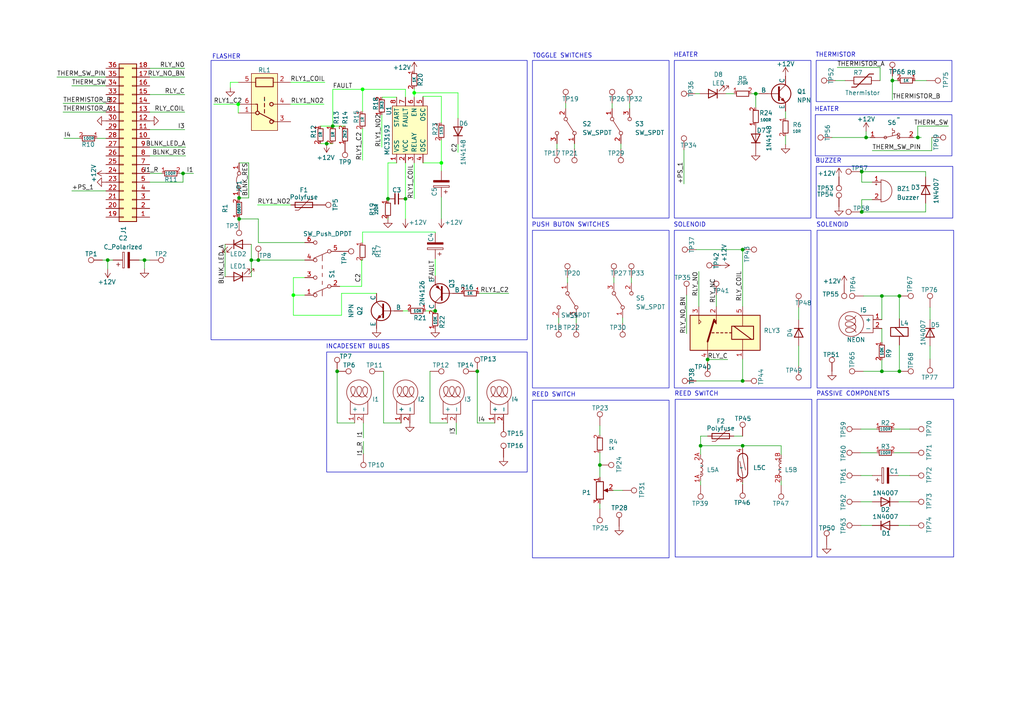
<source format=kicad_sch>
(kicad_sch (version 20230121) (generator eeschema)
  (paper "A4")
  (junction (at 215.392 129.286))
  (junction (at 41.91 75.438))
  (junction (at 203.2 129.286))
  (junction (at 260.858 85.852))
  (junction (at 69.088 30.226) (color 0 255 0 1))
  (junction (at 69.342 63.5))
  (junction (at 126.238 90.17))
  (junction (at 96.52 36.576))
  (junction (at 219.202 27.178))
  (junction (at 255.778 107.696))
  (junction (at 260.858 107.696))
  (junction (at 128.016 47.244) (color 0 255 0 1))
  (junction (at 74.93 75.438))
  (junction (at 205.232 104.267))
  (junction (at 215.392 72.39))
  (junction (at 251.206 39.878))
  (junction (at 112.522 57.658))
  (junction (at 85.09 85.598) (color 0 255 0 1))
  (junction (at 105.156 25.908) (color 0 255 0 1))
  (junction (at 120.142 26.924) (color 0 255 0 1))
  (junction (at 72.898 75.438))
  (junction (at 69.342 57.404))
  (junction (at 258.826 23.368))
  (junction (at 255.778 85.852))
  (junction (at 249.936 49.784))
  (junction (at 215.392 110.49))
  (junction (at 138.43 107.696))
  (junction (at 266.192 39.878))
  (junction (at 117.602 57.658))
  (junction (at 31.242 75.438))
  (junction (at 53.086 50.292))
  (junction (at 94.742 41.656))
  (junction (at 97.79 107.696))
  (junction (at 249.936 61.468))
  (junction (at 173.99 134.874))
  (wire (pts (xy 205.232 104.267) (xy 211.074 104.267)))
  (wire (pts (xy 138.43 122.682) (xy 138.43 107.696)))
  (wire (pts (xy 198.374 43.434) (xy 198.374 53.34)))
  (wire (pts (xy 164.592 80.518) (xy 164.592 82.042)))
  (wire (pts (xy 255.778 107.696) (xy 260.858 107.696)))
  (wire (pts (xy 105.41 128.016) (xy 105.41 131.572)))
  (wire (pts (xy 105.156 37.338) (xy 105.156 46.482)) (stroke (width 0) (color 0 255 0 1)))
  (wire (pts (xy 255.27 23.368) (xy 255.27 19.558)))
  (wire (pts (xy 96.52 36.576) (xy 100.076 36.576)) (stroke (width 0) (color 0 255 0 1)))
  (wire (pts (xy 249.682 137.922) (xy 252.984 137.922)))
  (wire (pts (xy 251.206 39.878) (xy 252.476 39.878)))
  (wire (pts (xy 227.838 39.37) (xy 227.838 41.91)))
  (wire (pts (xy 120.142 47.244) (xy 120.142 57.658)) (stroke (width 0) (color 0 255 0 1)))
  (wire (pts (xy 173.99 134.874) (xy 173.99 138.43)))
  (wire (pts (xy 215.392 139.954) (xy 215.392 140.462)))
  (wire (pts (xy 161.544 41.656) (xy 161.544 43.18)))
  (wire (pts (xy 105.156 67.31) (xy 105.156 70.358)) (stroke (width 0) (color 0 255 0 1)))
  (wire (pts (xy 126.238 75.184) (xy 126.238 80.01)) (stroke (width 0) (color 0 255 0 1)))
  (wire (pts (xy 74.93 75.438) (xy 88.392 75.438)))
  (wire (pts (xy 178.054 80.518) (xy 178.054 82.042)))
  (wire (pts (xy 84.328 23.876) (xy 94.234 23.876)) (stroke (width 0) (color 0 255 0 1)))
  (wire (pts (xy 96.52 36.576) (xy 96.52 25.908)) (stroke (width 0) (color 0 255 0 1)))
  (wire (pts (xy 72.898 70.866) (xy 72.898 75.438)))
  (wire (pts (xy 43.434 37.592) (xy 53.594 37.592)))
  (wire (pts (xy 40.386 75.438) (xy 41.91 75.438)))
  (wire (pts (xy 56.134 50.292) (xy 53.086 50.292)))
  (wire (pts (xy 128.016 35.56) (xy 128.016 27.94)) (stroke (width 0) (color 0 255 0 1)))
  (wire (pts (xy 177.8 142.24) (xy 180.594 142.24)))
  (wire (pts (xy 116.84 90.17) (xy 118.364 90.17)) (stroke (width 0) (color 0 255 0 1)))
  (wire (pts (xy 166.624 41.656) (xy 166.624 43.18)))
  (wire (pts (xy 105.41 127) (xy 105.41 122.682)))
  (wire (pts (xy 31.242 75.438) (xy 32.766 75.438)))
  (wire (pts (xy 92.964 41.656) (xy 94.742 41.656)) (stroke (width 0) (color 0 255 0 1)))
  (wire (pts (xy 249.428 49.784) (xy 249.936 49.784)))
  (wire (pts (xy 138.43 122.682) (xy 143.51 122.682)))
  (wire (pts (xy 199.136 96.774) (xy 199.136 85.598)))
  (wire (pts (xy 251.206 38.1) (xy 251.206 39.878)))
  (wire (pts (xy 69.088 30.226) (xy 69.088 32.766)) (stroke (width 0) (color 0 255 0 1)))
  (wire (pts (xy 255.778 95.25) (xy 255.778 99.314)))
  (wire (pts (xy 180.086 41.656) (xy 180.086 43.18)))
  (wire (pts (xy 249.936 52.832) (xy 252.984 52.832)))
  (wire (pts (xy 203.2 131.826) (xy 203.2 129.286)))
  (wire (pts (xy 117.602 57.658) (xy 117.602 63.5)) (stroke (width 0) (color 0 255 0 1)))
  (wire (pts (xy 203.2 139.446) (xy 203.2 140.716)))
  (wire (pts (xy 203.2 126.492) (xy 205.232 126.492)))
  (wire (pts (xy 72.898 75.438) (xy 72.898 80.264)))
  (wire (pts (xy 128.016 47.244) (xy 122.682 47.244)) (stroke (width 0) (color 0 255 0 1)))
  (wire (pts (xy 266.192 36.576) (xy 266.192 39.878)))
  (wire (pts (xy 43.434 45.212) (xy 53.848 45.212)))
  (wire (pts (xy 72.898 75.438) (xy 74.93 75.438)))
  (wire (pts (xy 269.748 89.154) (xy 269.748 92.71)))
  (wire (pts (xy 18.288 29.972) (xy 30.734 29.972)))
  (wire (pts (xy 69.088 23.876) (xy 66.802 23.876)) (stroke (width 0) (color 0 255 0 1)))
  (wire (pts (xy 120.142 26.924) (xy 132.842 26.924)) (stroke (width 0) (color 0 255 0 1)))
  (wire (pts (xy 249.682 131.318) (xy 254.254 131.318)))
  (wire (pts (xy 30.734 24.892) (xy 20.828 24.892)))
  (wire (pts (xy 249.936 61.468) (xy 268.478 61.468)))
  (wire (pts (xy 43.434 32.512) (xy 53.594 32.512)))
  (wire (pts (xy 255.778 85.852) (xy 260.858 85.852)))
  (wire (pts (xy 275.082 36.576) (xy 266.192 36.576)))
  (wire (pts (xy 43.434 50.292) (xy 46.99 50.292)))
  (wire (pts (xy 74.93 70.358) (xy 74.93 63.5)))
  (wire (pts (xy 28.194 40.132) (xy 30.734 40.132)))
  (wire (pts (xy 259.334 131.318) (xy 263.906 131.318)))
  (wire (pts (xy 266.192 39.878) (xy 267.208 39.878)))
  (wire (pts (xy 162.052 92.202) (xy 162.052 93.726)))
  (wire (pts (xy 41.91 75.438) (xy 43.434 75.438)))
  (wire (pts (xy 84.328 59.436) (xy 74.676 59.436)) (stroke (width 0) (color 0 255 0 1)))
  (wire (pts (xy 102.87 122.682) (xy 97.79 122.682)))
  (wire (pts (xy 249.428 61.468) (xy 249.936 61.468)))
  (wire (pts (xy 61.976 30.226) (xy 69.088 30.226)) (stroke (width 0) (color 0 255 0 1)))
  (wire (pts (xy 128.016 40.64) (xy 128.016 47.244)) (stroke (width 0) (color 0 255 0 1)))
  (wire (pts (xy 260.604 137.922) (xy 263.906 137.922)))
  (wire (pts (xy 242.824 19.558) (xy 255.27 19.558)))
  (wire (pts (xy 260.858 100.076) (xy 260.858 107.696)))
  (wire (pts (xy 259.334 124.46) (xy 263.906 124.46)))
  (wire (pts (xy 249.936 49.784) (xy 249.936 52.832)))
  (wire (pts (xy 201.93 72.39) (xy 215.392 72.39)))
  (wire (pts (xy 177.546 29.972) (xy 177.546 31.496)))
  (wire (pts (xy 69.342 47.244) (xy 72.136 47.244)))
  (wire (pts (xy 268.478 51.308) (xy 268.478 49.784)))
  (wire (pts (xy 258.826 22.098) (xy 258.826 23.368)))
  (wire (pts (xy 258.826 23.368) (xy 258.826 28.956)))
  (wire (pts (xy 249.936 61.468) (xy 249.936 57.912)))
  (wire (pts (xy 255.778 92.71) (xy 255.778 85.852)))
  (wire (pts (xy 260.604 145.542) (xy 263.906 145.542)))
  (wire (pts (xy 250.444 107.696) (xy 255.778 107.696)))
  (wire (pts (xy 249.682 124.46) (xy 254.254 124.46)))
  (wire (pts (xy 173.99 131.318) (xy 173.99 134.874)))
  (wire (pts (xy 252.984 43.688) (xy 270.256 43.688)))
  (wire (pts (xy 99.06 91.44) (xy 85.09 91.44)) (stroke (width 0) (color 0 255 0 1)))
  (wire (pts (xy 203.2 129.286) (xy 215.392 129.286)))
  (wire (pts (xy 201.93 110.49) (xy 215.392 110.49)))
  (wire (pts (xy 43.434 52.832) (xy 53.086 52.832)))
  (wire (pts (xy 105.156 25.908) (xy 105.156 32.258)) (stroke (width 0) (color 0 255 0 1)))
  (wire (pts (xy 132.842 26.924) (xy 132.842 34.29)) (stroke (width 0) (color 0 255 0 1)))
  (wire (pts (xy 249.936 57.912) (xy 252.984 57.912)))
  (wire (pts (xy 96.52 25.908) (xy 105.156 25.908)) (stroke (width 0) (color 0 255 0 1)))
  (wire (pts (xy 250.444 85.852) (xy 255.778 85.852)))
  (wire (pts (xy 205.232 104.267) (xy 205.232 105.156)))
  (wire (pts (xy 88.392 85.598) (xy 85.09 85.598)) (stroke (width 0) (color 0 255 0 1)))
  (wire (pts (xy 249.682 152.4) (xy 252.984 152.4)))
  (wire (pts (xy 53.086 52.832) (xy 53.086 50.292)))
  (wire (pts (xy 110.744 28.194) (xy 115.062 28.194)) (stroke (width 0) (color 0 255 0 1)))
  (wire (pts (xy 226.568 129.286) (xy 226.568 131.826)))
  (wire (pts (xy 268.478 49.784) (xy 249.936 49.784)))
  (wire (pts (xy 147.574 85.09) (xy 138.938 85.09)))
  (wire (pts (xy 173.99 146.05) (xy 173.99 147.574)))
  (wire (pts (xy 203.2 129.286) (xy 203.2 126.492)))
  (wire (pts (xy 201.676 27.178) (xy 202.946 27.178)))
  (wire (pts (xy 202.692 78.74) (xy 202.692 88.9)))
  (wire (pts (xy 97.79 122.682) (xy 97.79 107.696)))
  (wire (pts (xy 164.084 29.972) (xy 164.084 31.496)))
  (wire (pts (xy 231.648 100.33) (xy 231.648 106.172)))
  (wire (pts (xy 128.016 47.244) (xy 128.016 49.53)) (stroke (width 0) (color 0 255 0 1)))
  (wire (pts (xy 227.838 32.258) (xy 227.838 34.29)))
  (wire (pts (xy 18.542 40.132) (xy 23.114 40.132)))
  (wire (pts (xy 117.602 25.908) (xy 117.602 28.194)) (stroke (width 0) (color 0 255 0 1)))
  (wire (pts (xy 215.392 129.286) (xy 215.392 130.048)))
  (wire (pts (xy 110.744 33.274) (xy 110.744 42.672)) (stroke (width 0) (color 0 255 0 1)))
  (wire (pts (xy 264.922 39.878) (xy 266.192 39.878)))
  (wire (pts (xy 104.902 75.438) (xy 104.902 83.058)) (stroke (width 0) (color 0 255 0 1)))
  (wire (pts (xy 122.682 27.94) (xy 122.682 28.194)))
  (wire (pts (xy 16.51 22.352) (xy 30.734 22.352)))
  (wire (pts (xy 128.016 57.15) (xy 128.016 63.5)))
  (wire (pts (xy 85.09 80.518) (xy 85.09 85.598)) (stroke (width 0) (color 0 255 0 1)))
  (wire (pts (xy 212.852 126.492) (xy 215.392 126.492)))
  (wire (pts (xy 215.392 104.14) (xy 215.392 110.49)))
  (wire (pts (xy 268.732 23.368) (xy 265.43 23.368)))
  (wire (pts (xy 126.238 67.564) (xy 126.238 67.31)))
  (wire (pts (xy 268.478 58.928) (xy 268.478 61.468)))
  (wire (pts (xy 249.682 145.542) (xy 252.984 145.542)))
  (wire (pts (xy 104.902 83.058) (xy 98.552 83.058)) (stroke (width 0) (color 0 255 0 1)))
  (wire (pts (xy 219.202 27.178) (xy 220.218 27.178)))
  (wire (pts (xy 84.328 30.226) (xy 93.98 30.226)) (stroke (width 0) (color 0 255 0 1)))
  (wire (pts (xy 112.522 58.166) (xy 112.522 57.658)))
  (wire (pts (xy 85.09 91.44) (xy 85.09 85.598)) (stroke (width 0) (color 0 255 0 1)))
  (wire (pts (xy 129.794 122.682) (xy 124.714 122.682)))
  (wire (pts (xy 241.3 39.878) (xy 251.206 39.878)))
  (wire (pts (xy 41.91 75.438) (xy 41.91 77.978)))
  (wire (pts (xy 120.142 28.194) (xy 120.142 26.924)) (stroke (width 0) (color 0 255 0 1)))
  (wire (pts (xy 69.342 57.912) (xy 69.342 57.404)))
  (wire (pts (xy 43.434 42.672) (xy 53.848 42.672)))
  (wire (pts (xy 66.802 23.876) (xy 66.802 25.4)) (stroke (width 0) (color 0 255 0 1)))
  (wire (pts (xy 231.648 89.154) (xy 231.648 92.71)))
  (wire (pts (xy 18.288 32.512) (xy 30.734 32.512)))
  (wire (pts (xy 43.434 22.352) (xy 53.594 22.352)))
  (wire (pts (xy 112.522 63.246) (xy 112.522 63.5)) (stroke (width 0) (color 0 255 0 1)))
  (wire (pts (xy 126.238 90.17) (xy 123.444 90.17)) (stroke (width 0) (color 0 255 0 1)))
  (wire (pts (xy 105.156 67.31) (xy 126.238 67.31)) (stroke (width 0) (color 3 255 45 1)))
  (wire (pts (xy 219.202 27.178) (xy 219.202 31.242)))
  (wire (pts (xy 128.016 27.94) (xy 122.682 27.94)) (stroke (width 0) (color 0 255 0 1)))
  (wire (pts (xy 65.278 70.866) (xy 65.278 80.264)))
  (wire (pts (xy 31.242 75.438) (xy 31.242 77.978)))
  (wire (pts (xy 74.93 63.5) (xy 69.342 63.5)))
  (wire (pts (xy 173.99 123.444) (xy 173.99 126.238)))
  (wire (pts (xy 207.772 85.598) (xy 207.772 88.9)))
  (wire (pts (xy 94.742 41.656) (xy 96.52 41.656)) (stroke (width 0) (color 0 255 0 1)))
  (wire (pts (xy 69.342 57.404) (xy 72.136 57.404)))
  (wire (pts (xy 226.568 139.446) (xy 226.568 140.716)))
  (wire (pts (xy 132.334 122.682) (xy 132.334 125.984)))
  (wire (pts (xy 72.136 57.404) (xy 72.136 47.244)))
  (wire (pts (xy 105.156 75.438) (xy 104.902 75.438)))
  (wire (pts (xy 92.964 36.576) (xy 96.52 36.576)) (stroke (width 0) (color 0 255 0 1)))
  (wire (pts (xy 105.156 25.908) (xy 117.602 25.908)) (stroke (width 0) (color 0 255 0 1)))
  (wire (pts (xy 217.932 27.178) (xy 219.202 27.178)))
  (wire (pts (xy 43.434 27.432) (xy 53.594 27.432)))
  (wire (pts (xy 88.392 70.358) (xy 74.93 70.358)))
  (wire (pts (xy 270.256 39.878) (xy 270.256 43.688)))
  (wire (pts (xy 69.342 63.5) (xy 69.342 62.992)))
  (wire (pts (xy 53.086 50.292) (xy 52.07 50.292)))
  (wire (pts (xy 215.392 129.286) (xy 226.568 129.286)))
  (wire (pts (xy 69.342 64.262) (xy 69.342 63.5)))
  (wire (pts (xy 260.858 85.852) (xy 260.858 92.456)))
  (wire (pts (xy 120.142 25.654) (xy 120.142 26.924)) (stroke (width 0) (color 0 255 0 1)))
  (wire (pts (xy 269.748 100.33) (xy 269.748 104.14)))
  (wire (pts (xy 109.22 85.09) (xy 99.06 85.09)) (stroke (width 0) (color 0 255 0 1)))
  (wire (pts (xy 112.522 47.244) (xy 112.522 57.658)) (stroke (width 0) (color 0 255 0 1)))
  (wire (pts (xy 260.604 152.4) (xy 263.906 152.4)))
  (wire (pts (xy 30.734 55.372) (xy 20.828 55.372)))
  (wire (pts (xy 183.134 80.518) (xy 183.134 82.042)))
  (wire (pts (xy 116.332 122.682) (xy 111.252 122.682)))
  (wire (pts (xy 43.434 19.812) (xy 53.594 19.812)))
  (wire (pts (xy 255.778 104.394) (xy 255.778 107.696)))
  (wire (pts (xy 260.35 23.368) (xy 258.826 23.368)))
  (wire (pts (xy 111.252 122.682) (xy 111.252 107.696)))
  (wire (pts (xy 124.714 122.682) (xy 124.714 107.696)))
  (wire (pts (xy 85.09 80.518) (xy 88.392 80.518)) (stroke (width 0) (color 0 255 0 1)))
  (wire (pts (xy 182.626 29.972) (xy 182.626 31.496)))
  (wire (pts (xy 29.718 75.438) (xy 31.242 75.438)))
  (wire (pts (xy 117.602 47.244) (xy 117.602 57.658)) (stroke (width 0) (color 0 255 0 1)))
  (wire (pts (xy 210.566 27.178) (xy 212.852 27.178)))
  (wire (pts (xy 115.062 47.244) (xy 112.522 47.244)) (stroke (width 0) (color 0 255 0 1)))
  (wire (pts (xy 99.06 85.09) (xy 99.06 91.44)) (stroke (width 0) (color 0 255 0 1)))
  (wire (pts (xy 242.316 23.368) (xy 245.11 23.368)))
  (wire (pts (xy 167.132 92.202) (xy 167.132 93.726)))
  (wire (pts (xy 215.392 72.39) (xy 215.392 88.9)))
  (wire (pts (xy 180.594 92.202) (xy 180.594 93.726)))
  (wire (pts (xy 132.842 44.196) (xy 132.842 41.91)) (stroke (width 0) (color 0 255 0 1)))
  (rectangle (start 61.214 17.526) (end 152.908 98.552))
  (rectangle (start 236.982 115.824) (end 276.606 161.544))
  (rectangle (start 236.728 48.26) (end 276.352 63.246))
  (rectangle (start 94.742 102.108) (end 152.908 136.906))
  (rectangle (start 154.432 116.078) (end 194.056 161.798))
  (rectangle (start 195.834 115.824) (end 235.458 161.544))
  (rectangle (start 195.58 17.526) (end 235.204 63.246))
  (rectangle (start 154.432 66.802) (end 194.056 112.522))
  (rectangle (start 236.474 33.274) (end 276.098 45.212))
  (rectangle (start 195.58 66.802) (end 235.204 112.522))
  (rectangle (start 154.432 17.526) (end 194.056 63.246))
  (rectangle (start 236.982 66.802) (end 276.606 112.522))
  (rectangle (start 236.728 17.526) (end 276.098 29.464))
  (text "REED SWITCH\n" (at 154.178 115.316 0) (effects (font (size 1.27 1.27)) (justify left bottom)))
  (text "TOGGLE SWITCHES\n" (at 154.432 17.018 0) (effects (font (size 1.27 1.27)) (justify left bottom)))
  (text "SOLENOID\n" (at 236.728 66.04 0) (effects (font (size 1.27 1.27)) (justify left bottom)))
  (text "HEATER\n" (at 195.326 16.764 0) (effects (font (size 1.27 1.27)) (justify left bottom)))
  (text "PASSIVE COMPONENTS" (at 236.728 115.062 0) (effects (font (size 1.27 1.27)) (justify left bottom)))
  (text "PUSH BUTON SWITCHES" (at 154.178 66.04 0) (effects (font (size 1.27 1.27)) (justify left bottom)))
  (text "FLASHER" (at 61.468 17.272 0) (effects (font (size 1.27 1.27)) (justify left bottom)))
  (text "REED SWITCH\n" (at 195.58 115.062 0) (effects (font (size 1.27 1.27)) (justify left bottom)))
  (text "SOLENOID\n" (at 195.326 66.04 0) (effects (font (size 1.27 1.27)) (justify left bottom)))
  (text "HEATER\n" (at 236.22 32.512 0) (effects (font (size 1.27 1.27)) (justify left bottom)))
  (text "BUZZER\n" (at 236.474 47.498 0) (effects (font (size 1.27 1.27)) (justify left bottom)))
  (text "INCADESENT BULBS" (at 94.488 101.346 0) (effects (font (size 1.27 1.27)) (justify left bottom)))
  (text "THERMISTOR\n" (at 236.474 16.764 0) (effects (font (size 1.27 1.27)) (justify left bottom)))
  (label "RLY1_C2" (at 61.976 30.226 0))
  (label "FAULT" (at 96.52 25.908 0))
  (label "BLNK_LED_A" (at 53.848 42.672 180))
  (label "THERM_SW" (at 20.828 24.892 0))
  (label "+PS_1" (at 198.374 53.34 90))
  (label "RLY_NC" (at 207.772 87.884 90))
  (label "+PS_1" (at 20.828 55.372 0))
  (label "RLY1_COIL" (at 120.142 57.658 90))
  (label "I1_R" (at 45.974 50.292 180))
  (label "FAULT" (at 126.238 75.438 270))
  (label "RLY_COIL" (at 53.594 32.512 180))
  (label "RLY_NO_BN" (at 53.594 22.352 180))
  (label "RLY_NO_BN" (at 199.136 96.774 90))
  (label "I4" (at 18.542 40.132 0))
  (label "THERMISTOR_A" (at 242.824 19.558 0))
  (label "RLY1_NO2" (at 74.676 59.436 0))
  (label "RLY_NO" (at 202.692 78.74 270))
  (label "BLNK_LED_A" (at 65.278 70.866 270))
  (label "BLNK_RES" (at 53.848 45.212 180))
  (label "BLNK_RES" (at 72.136 56.896 90))
  (label "RLY1_NO2" (at 110.744 42.672 90))
  (label "RLY_C" (at 211.074 104.267 180))
  (label "RLY1_COIL" (at 94.234 23.876 180))
  (label "C2" (at 104.902 79.248 270))
  (label "THERMISTOR_B" (at 258.826 28.956 0))
  (label "C2" (at 132.842 44.196 90))
  (label "I3" (at 132.334 125.984 90))
  (label "RLY_NO" (at 53.594 19.812 180))
  (label "I3" (at 53.594 37.592 180))
  (label "THERM_SW" (at 275.082 36.576 180))
  (label "I1_R" (at 105.41 128.016 270))
  (label "THERM_SW_PIN" (at 16.51 22.352 0))
  (label "I1" (at 56.134 50.292 180))
  (label "I4" (at 140.716 122.682 180))
  (label "RLY1_C2" (at 147.574 85.09 180))
  (label "RLY1_NO2" (at 93.98 30.226 180))
  (label "RLY_COIL" (at 215.392 87.376 90))
  (label "THERMISTOR_B" (at 18.288 29.972 0))
  (label "I1" (at 105.41 127 90))
  (label "THERMISTOR_A" (at 18.288 32.512 0))
  (label "THERM_SW_PIN" (at 252.984 43.688 0))
  (label "RLY1_C2" (at 105.156 46.482 90))
  (label "RLY_C" (at 53.594 27.432 180))
  (symbol (lib_id "Connector:TestPoint") (at 244.856 82.55 180) (unit 1)
    (property "Reference" "TP55" (at 238.506 85.344 0) (effects (justify right)))
    (property "Value" "TestPoint" (effects hide))
    (property "Footprint" "firmlogik-conn:2mm BANANNA PLUG" (effects hide))
  )
  (symbol (lib_id "Connector:TestPoint") (at 205.232 105.156 180) (unit 1)
    (property "Reference" "TP40" (at 201.422 106.426 0) (effects (justify right)))
    (property "Value" "TestPoint" (effects hide))
    (property "Footprint" "firmlogik-conn:2mm BANANNA PLUG" (effects hide))
  )
  (symbol (lib_id "Connector:TestPoint") (at 182.626 29.972 0) (unit 1)
    (property "Reference" "TP32" (at 186.436 28.702 0) (effects (justify right)))
    (property "Value" "TestPoint" (effects hide))
    (property "Footprint" "firmlogik-conn:2mm BANANNA PLUG" (effects hide))
  )
  (symbol (lib_id "Connector:TestPoint") (at 178.054 80.518 0) (unit 1)
    (property "Reference" "TP27" (at 181.864 79.248 0) (effects (justify right)))
    (property "Value" "TestPoint" (effects hide))
    (property "Footprint" "firmlogik-conn:2mm BANANNA PLUG" (effects hide))
  )
  (symbol (lib_id "Connector:TestPoint") (at 258.826 22.098 0) (unit 1)
    (property "Reference" "TP66" (at 262.636 20.828 0) (effects (justify right)))
    (property "Value" "TestPoint" (effects hide))
    (property "Footprint" "firmlogik-conn:2mm BANANNA PLUG" (effects hide))
  )
  (symbol (lib_id "firmlogik-resistor-0603:RES-2K2-0603-1P") (at 100.076 39.116 180) (unit 1)
    (property "Reference" "R14" (at 100.076 36.068 90) (effects (justify right)))
    (property "Value" "2K2" (at 100.076 40.132 90) (effects (font (size 0.8 0.8)) (justify right)))
    (property "Footprint" "Resistor_THT:R_Axial_DIN0207_L6.3mm_D2.5mm_P10.16mm_Horizontal" (effects hide))
  )
  (symbol (lib_id "Device:C_Polarized") (at 256.794 137.922 90) (unit 1)
    (property "Reference" "C1" (at 259.334 136.652 90))
    (property "Value" "C_Polarized" (effects hide))
    (property "Footprint" "Capacitor_THT:CP_Radial_D10.0mm_P5.00mm" (effects hide))
  )
  (symbol (lib_id "firmlogik-optical:INCADESCENT-BULB") (at 253.238 93.98 90) (mirror x) (unit 1)
    (property "Reference" "I5" (at 250.444 89.916 90))
    (property "Value" "NEON" (at 248.2669 98.552 90))
    (property "Footprint" "firmlogik-opto:NEON BULB" (effects hide))
  )
  (symbol (lib_id "Device:LED") (at 206.756 27.178 180) (unit 1)
    (property "Reference" "D8" (at 208.3435 21.59 0))
    (property "Value" "LED" (at 208.3435 24.13 0))
    (property "Footprint" "LED_THT:LED_D3.0mm" (effects hide))
  )
  (symbol (lib_id "firmlogik-resistor-0603:RES-10K-0603-1P") (at 120.904 90.17 270) (unit 1)
    (property "Reference" "R21" (at 119.888 92.202 90) (effects (justify left)))
    (property "Value" "10K" (at 119.888 90.17 90) (effects (font (size 0.8 0.8)) (justify left)))
    (property "Footprint" "Resistor_THT:R_Axial_DIN0207_L6.3mm_D2.5mm_P10.16mm_Horizontal" (effects hide))
  )
  (symbol (lib_id "firmlogik-resistor-0603:RES-100R-0603-1P") (at 25.654 40.132 270) (unit 1)
    (property "Reference" "R10" (at 23.622 41.91 90) (effects (justify left)))
    (property "Value" "100R" (at 24.13 40.132 90) (effects (font (size 0.8 0.8)) (justify left)))
    (property "Footprint" "Resistor_SMD:R_0603_1608Metric" (effects hide))
  )
  (symbol (lib_id "Connector_Generic:Conn_02x18_Top_Bottom") (at 38.354 42.672 180) (unit 1)
    (property "Reference" "J1" (at 35.8139 65.532 90) (effects (justify left)))
    (property "Value" "Conn_02x18_Top_Bottom" (effects hide))
    (property "Footprint" "firmlogik-conn:Centronics Connector" (effects hide))
  )
  (symbol (lib_id "Connector:TestPoint") (at 250.444 107.696 90) (unit 1)
    (property "Reference" "TP65" (at 247.142 101.854 0) (effects (justify right)))
    (property "Value" "TestPoint" (effects hide))
    (property "Footprint" "firmlogik-conn:2mm BANANNA PLUG" (effects hide))
  )
  (symbol (lib_id "Connector:TestPoint") (at 268.732 23.368 270) (unit 1)
    (property "Reference" "TP75" (at 274.32 25.654 0) (effects (justify right)))
    (property "Value" "TestPoint" (effects hide))
    (property "Footprint" "firmlogik-conn:2mm BANANNA PLUG" (effects hide))
  )
  (symbol (lib_id "Connector:TestPoint") (at 215.392 72.39 270) (unit 1)
    (property "Reference" "TP43" (at 216.662 76.2 0) (effects (justify right)))
    (property "Value" "TestPoint" (effects hide))
    (property "Footprint" "firmlogik-conn:2mm BANANNA PLUG" (effects hide))
  )
  (symbol (lib_id "Connector:TestPoint") (at 180.594 142.24 270) (unit 1)
    (property "Reference" "TP31" (at 186.182 144.526 0) (effects (justify right)))
    (property "Value" "TestPoint" (effects hide))
    (property "Footprint" "firmlogik-conn:2mm BANANNA PLUG" (effects hide))
  )
  (symbol (lib_id "power:+12V") (at 243.332 51.308 0) (unit 1)
    (property "Reference" "#PWR024" (effects hide))
    (property "Value" "+12V" (at 239.776 50.292 0))
  )
  (symbol (lib_id "Connector:TestPoint") (at 173.99 134.874 270) (unit 1)
    (property "Reference" "TP24" (at 179.578 137.16 0) (effects (justify right)))
    (property "Value" "TestPoint" (effects hide))
    (property "Footprint" "firmlogik-conn:2mm BANANNA PLUG" (effects hide))
  )
  (symbol (lib_id "Connector:TestPoint") (at 263.906 137.922 270) (unit 1)
    (property "Reference" "TP72" (at 269.494 140.208 0) (effects (justify right)))
    (property "Value" "TestPoint" (effects hide))
    (property "Footprint" "firmlogik-conn:2mm BANANNA PLUG" (effects hide))
  )
  (symbol (lib_id "Connector:TestPoint") (at 91.948 59.436 270) (unit 1)
    (property "Reference" "TP5" (at 97.282 61.214 0) (effects (justify right)))
    (property "Value" "TestPoint" (effects hide))
    (property "Footprint" "firmlogik-conn:2mm BANANNA PLUG" (effects hide))
  )
  (symbol (lib_id "Device:C_Polarized") (at 126.238 71.374 180) (unit 1)
    (property "Reference" "C4" (at 124.968 68.834 90))
    (property "Value" "C_Polarized" (effects hide))
    (property "Footprint" "Capacitor_THT:CP_Radial_D5.0mm_P2.50mm" (effects hide))
  )
  (symbol (lib_id "Connector:TestPoint") (at 164.592 80.518 0) (unit 1)
    (property "Reference" "TP20" (at 168.402 79.248 0) (effects (justify right)))
    (property "Value" "TestPoint" (effects hide))
    (property "Footprint" "firmlogik-conn:2mm BANANNA PLUG" (effects hide))
  )
  (symbol (lib_id "power:GND") (at 146.05 132.588 0) (unit 1)
    (property "Reference" "#PWR016" (effects hide))
    (property "Value" "GND" (effects hide))
  )
  (symbol (lib_id "Connector:TestPoint") (at 100.076 41.656 180) (unit 1)
    (property "Reference" "TP9" (at 98.298 46.99 0) (effects (justify right)))
    (property "Value" "TestPoint" (effects hide))
    (property "Footprint" "firmlogik-conn:2mm BANANNA PLUG" (effects hide))
  )
  (symbol (lib_id "Connector:TestPoint") (at 138.43 107.696 0) (unit 1)
    (property "Reference" "TP13" (at 144.018 104.14 0) (effects (justify right)))
    (property "Value" "TestPoint" (effects hide))
    (property "Footprint" "firmlogik-conn:2mm BANANNA PLUG" (effects hide))
  )
  (symbol (lib_id "Device:LED") (at 69.088 80.264 180) (unit 1)
    (property "Reference" "LED1" (at 69.088 77.216 0))
    (property "Value" "LED" (effects hide))
    (property "Footprint" "LED_THT:LED_D3.0mm" (effects hide))
  )
  (symbol (lib_id "power:+12V") (at 31.242 77.978 180) (unit 1)
    (property "Reference" "#PWR01" (effects hide))
    (property "Value" "+12V" (at 30.988 81.788 0))
  )
  (symbol (lib_id "Connector:TestPoint") (at 269.748 89.154 0) (unit 1)
    (property "Reference" "TP76" (at 272.034 84.074 0) (effects (justify right)))
    (property "Value" "TestPoint" (effects hide))
    (property "Footprint" "firmlogik-conn:2mm BANANNA PLUG" (effects hide))
  )
  (symbol (lib_id "Connector:TestPoint") (at 201.93 110.49 90) (unit 1)
    (property "Reference" "TP38" (at 200.66 106.68 0) (effects (justify right)))
    (property "Value" "TestPoint" (effects hide))
    (property "Footprint" "firmlogik-conn:2mm BANANNA PLUG" (effects hide))
  )
  (symbol (lib_id "Connector:TestPoint") (at 201.676 27.178 90) (unit 1)
    (property "Reference" "TP36" (at 200.406 23.368 0) (effects (justify right)))
    (property "Value" "TestPoint" (effects hide))
    (property "Footprint" "firmlogik-conn:2mm BANANNA PLUG" (effects hide))
  )
  (symbol (lib_name "DUAL_COIL_AND_REED_RELAY_1") (lib_id "firmlogik-inductor:DUAL_COIL_AND_REED_RELAY") (at 215.392 135.128 180) (unit 3)
    (property "Reference" "L5" (at 218.44 135.6647 0) (effects (justify right)))
    (property "Value" "~" (at 215.011 135.636 0))
    (property "Footprint" "firmlogik-inductors:Dual Coil with Reed Relay" (effects hide))
  )
  (symbol (lib_id "Connector:TestPoint") (at 215.392 110.49 270) (unit 1)
    (property "Reference" "TP44" (at 220.726 111.76 0) (effects (justify right)))
    (property "Value" "TestPoint" (effects hide))
    (property "Footprint" "firmlogik-conn:2mm BANANNA PLUG" (effects hide))
  )
  (symbol (lib_id "power:GND") (at 66.802 25.4 0) (unit 1)
    (property "Reference" "#PWR07" (effects hide))
    (property "Value" "GND" (effects hide))
  )
  (symbol (lib_id "power:+12V") (at 251.206 38.1 0) (unit 1)
    (property "Reference" "#PWR027" (effects hide))
    (property "Value" "+12V" (at 251.206 34.544 0))
  )
  (symbol (lib_id "firmlogik-optical:INCADESCENT-BULB") (at 144.78 120.142 0) (unit 1)
    (property "Reference" "I4" (at 148.336 115.824 0) (effects (justify left)))
    (property "Value" "INCADESCENT-BULB" (effects hide))
    (property "Footprint" "firmlogik-opto:INCADESCENT BULB" (effects hide))
  )
  (symbol (lib_id "power:GND") (at 126.238 95.25 0) (unit 1)
    (property "Reference" "#PWR014" (effects hide))
    (property "Value" "GND" (effects hide))
  )
  (symbol (lib_id "Connector:TestPoint") (at 249.682 152.4 90) (unit 1)
    (property "Reference" "TP63" (at 244.602 150.114 0) (effects (justify right)))
    (property "Value" "TestPoint" (effects hide))
    (property "Footprint" "firmlogik-conn:2mm BANANNA PLUG" (effects hide))
  )
  (symbol (lib_id "firmlogik-resistor-0603:RES-1K-0603-1P") (at 173.99 128.778 180) (unit 1)
    (property "Reference" "R4" (at 176.53 128.143 0) (effects (justify right)))
    (property "Value" "1K" (at 176.53 130.048 0) (effects (font (size 0.8 0.8)) (justify right)))
    (property "Footprint" "Resistor_THT:R_Axial_DIN0207_L6.3mm_D2.5mm_P10.16mm_Horizontal" (effects hide))
  )
  (symbol (lib_id "Device:Buzzer") (at 255.524 55.372 0) (unit 1)
    (property "Reference" "BZ1" (at 260.096 54.737 0) (effects (justify left)))
    (property "Value" "Buzzer" (at 260.096 57.277 0) (effects (justify left)))
    (property "Footprint" "firmlogik-mech:BUZZER 12mm Pitch 7.6mm" (effects hide))
  )
  (symbol (lib_id "Connector:TestPoint") (at 173.99 147.574 180) (unit 1)
    (property "Reference" "TP25" (at 171.704 153.162 0) (effects (justify right)))
    (property "Value" "TestPoint" (effects hide))
    (property "Footprint" "firmlogik-conn:2mm BANANNA PLUG" (effects hide))
  )
  (symbol (lib_id "Connector:TestPoint") (at 243.332 59.944 0) (unit 1)
    (property "Reference" "TP54" (at 241.808 56.388 0) (effects (justify right)))
    (property "Value" "TestPoint" (effects hide))
    (property "Footprint" "firmlogik-conn:2mm BANANNA PLUG" (effects hide))
  )
  (symbol (lib_id "Device:C_Polarized") (at 36.576 75.438 90) (unit 1)
    (property "Reference" "C2" (at 35.687 69.088 90))
    (property "Value" "C_Polarized" (at 35.687 71.628 90))
    (property "Footprint" "Capacitor_THT:CP_Radial_D6.3mm_P2.50mm" (effects hide))
  )
  (symbol (lib_id "Diode:1N4148") (at 219.202 40.132 90) (unit 1)
    (property "Reference" "D7" (at 219.456 37.846 90) (effects (justify right)))
    (property "Value" "1N4148" (at 223.012 36.322 0) (effects (justify right)))
    (property "Footprint" "Diode_THT:D_DO-35_SOD27_P7.62mm_Horizontal" (effects hide))
    (property "Datasheet" "https://assets.nexperia.com/documents/data-sheet/1N4148_1N4448.pdf" (effects hide))
    (property "Sim.Device" "D" (effects hide))
    (property "Sim.Pins" "1=K 2=A" (effects hide))
  )
  (symbol (lib_id "Diode:1N4007") (at 268.478 55.118 270) (unit 1)
    (property "Reference" "D3" (at 264.16 54.356 90) (effects (justify left)))
    (property "Value" "1N4007" (at 271.526 51.562 0) (effects (justify left)))
    (property "Footprint" "Diode_THT:D_DO-41_SOD81_P10.16mm_Horizontal" (effects hide))
    (property "Datasheet" "http://www.vishay.com/docs/88503/1n4001.pdf" (effects hide))
    (property "Sim.Device" "D" (effects hide))
    (property "Sim.Pins" "1=K 2=A" (effects hide))
  )
  (symbol (lib_id "Connector:TestPoint") (at 249.682 131.318 90) (unit 1)
    (property "Reference" "TP60" (at 244.602 129.032 0) (effects (justify right)))
    (property "Value" "TestPoint" (effects hide))
    (property "Footprint" "firmlogik-conn:2mm BANANNA PLUG" (effects hide))
  )
  (symbol (lib_id "Connector:TestPoint") (at 74.93 75.438 0) (unit 1)
    (property "Reference" "TP8" (at 78.74 74.168 0) (effects (justify right)))
    (property "Value" "TestPoint" (effects hide))
    (property "Footprint" "firmlogik-conn:2mm BANANNA PLUG" (effects hide))
  )
  (symbol (lib_id "Connector:TestPoint") (at 199.136 85.598 0) (unit 1)
    (property "Reference" "TP35" (at 200.406 80.518 0) (effects (justify right)))
    (property "Value" "TestPoint" (effects hide))
    (property "Footprint" "firmlogik-conn:2mm BANANNA PLUG" (effects hide))
  )
  (symbol (lib_id "firmlogik-resistor-0603:RES-1K-0603-1P") (at 120.142 23.114 0) (unit 1)
    (property "Reference" "R20" (at 121.92 23.114 90))
    (property "Value" "1K" (at 120.142 23.114 90) (effects (font (size 0.8 0.8))))
    (property "Footprint" "Resistor_THT:R_Axial_DIN0207_L6.3mm_D2.5mm_P10.16mm_Horizontal" (effects hide))
  )
  (symbol (lib_id "Switch:SW_Push_DPDT") (at 93.472 77.978 180) (unit 1)
    (property "Reference" "S1" (at 96.266 80.772 90) (effects (justify right)))
    (property "Value" "SW_Push_DPDT" (at 87.884 67.818 0) (effects (justify right)))
    (property "Footprint" "firmlogik-mech:DPDT MECHANICAL" (effects hide))
  )
  (symbol (lib_id "Jumper:Jumper_2_Bridged") (at 69.342 52.324 90) (unit 1)
    (property "Reference" "JP1" (at 69.342 54.102 0))
    (property "Value" "Jumper_2_Bridged" (effects hide))
    (property "Footprint" "TestPoint:TestPoint_Bridge_Pitch3.81mm_Drill1.3mm" (effects hide))
  )
  (symbol (lib_id "firmlogik-mech:THERMAL_SWITCH") (at 260.604 39.878 0) (unit 1)
    (property "Reference" "S6" (at 258.699 35.56 0))
    (property "Value" "~" (at 260.604 34.163 0))
    (property "Footprint" "Capacitor_THT:C_Disc_D4.3mm_W1.9mm_P5.00mm" (effects hide))
  )
  (symbol (lib_id "Connector:TestPoint") (at 69.342 64.262 180) (unit 1)
    (property "Reference" "TP3" (at 65.532 65.532 0) (effects (justify right)))
    (property "Value" "TestPoint" (effects hide))
    (property "Footprint" "firmlogik-conn:2mm BANANNA PLUG" (effects hide))
  )
  (symbol (lib_id "Connector:TestPoint") (at 177.546 29.972 0) (unit 1)
    (property "Reference" "TP26" (at 181.356 28.702 0) (effects (justify right)))
    (property "Value" "TestPoint" (effects hide))
    (property "Footprint" "firmlogik-conn:2mm BANANNA PLUG" (effects hide))
  )
  (symbol (lib_id "Connector:TestPoint") (at 263.906 152.4 270) (unit 1)
    (property "Reference" "TP74" (at 269.494 154.686 0) (effects (justify right)))
    (property "Value" "TestPoint" (effects hide))
    (property "Footprint" "firmlogik-conn:2mm BANANNA PLUG" (effects hide))
  )
  (symbol (lib_id "firmlogik-resistor-0603:RES-10R-0603-1P") (at 227.838 36.83 0) (unit 1)
    (property "Reference" "R6" (at 229.87 36.195 0) (effects (justify left)))
    (property "Value" "10R" (at 229.87 38.1 0) (effects (font (size 0.8 0.8)) (justify left)))
    (property "Footprint" "Resistor_THT:R_Axial_DIN0516_L15.5mm_D5.0mm_P20.32mm_Horizontal" (effects hide))
  )
  (symbol (lib_id "power:+12V") (at 209.042 76.962 270) (unit 1)
    (property "Reference" "#PWR018" (effects hide))
    (property "Value" "+12V" (at 210.058 73.406 0))
  )
  (symbol (lib_id "firmlogik-resistor-0603:RES-100R-0603-1P") (at 219.202 33.782 180) (unit 1)
    (property "Reference" "R24" (at 220.218 32.766 0) (effects (justify right)))
    (property "Value" "100R" (at 220.472 34.798 0) (effects (font (size 0.8 0.8)) (justify right)))
    (property "Footprint" "Resistor_THT:R_Axial_DIN0207_L6.3mm_D2.5mm_P10.16mm_Horizontal" (effects hide))
  )
  (symbol (lib_id "Connector:TestPoint") (at 242.316 23.368 90) (unit 1)
    (property "Reference" "TP52" (at 241.046 19.558 0) (effects (justify right)))
    (property "Value" "TestPoint" (effects hide))
    (property "Footprint" "firmlogik-conn:2mm BANANNA PLUG" (effects hide))
  )
  (symbol (lib_id "Connector:TestPoint") (at 105.41 131.572 180) (unit 1)
    (property "Reference" "TP10" (at 106.68 134.874 0) (effects (justify right)))
    (property "Value" "TestPoint" (effects hide))
    (property "Footprint" "firmlogik-conn:2mm BANANNA PLUG" (effects hide))
  )
  (symbol (lib_id "Connector:TestPoint") (at 250.444 85.852 90) (unit 1)
    (property "Reference" "TP64" (at 247.396 80.01 0) (effects (justify right)))
    (property "Value" "TestPoint" (effects hide))
    (property "Footprint" "firmlogik-conn:2mm BANANNA PLUG" (effects hide))
  )
  (symbol (lib_id "Device:ElectromagneticActor") (at 260.858 97.536 0) (unit 1)
    (property "Reference" "L4" (at 261.112 93.726 0) (effects (justify left)))
    (property "Value" "ElectromagneticActor" (effects hide))
    (property "Footprint" "firmlogik-mech:ADAFruit Solenoid" (effects hide))
  )
  (symbol (lib_id "Connector:TestPoint") (at 183.134 80.518 0) (unit 1)
    (property "Reference" "TP33" (at 186.944 79.248 0) (effects (justify right)))
    (property "Value" "TestPoint" (effects hide))
    (property "Footprint" "firmlogik-conn:2mm BANANNA PLUG" (effects hide))
  )
  (symbol (lib_id "power:GND") (at 179.578 152.654 0) (unit 1)
    (property "Reference" "#PWR017" (effects hide))
    (property "Value" "GND" (effects hide))
  )
  (symbol (lib_id "power:GND") (at 41.91 77.978 0) (unit 1)
    (property "Reference" "#PWR05" (effects hide))
    (property "Value" "GND" (effects hide))
  )
  (symbol (lib_id "Connector:TestPoint") (at 180.086 43.18 180) (unit 1)
    (property "Reference" "TP29" (at 176.276 44.45 0) (effects (justify right)))
    (property "Value" "TestPoint" (effects hide))
    (property "Footprint" "firmlogik-conn:2mm BANANNA PLUG" (effects hide))
  )
  (symbol (lib_id "firmlogik-resistor-0603:RES-100R-0603-1P") (at 49.53 50.292 90) (unit 1)
    (property "Reference" "R11" (at 51.562 52.07 90) (effects (justify left)))
    (property "Value" "100R" (at 51.054 50.292 90) (effects (font (size 0.8 0.8)) (justify left)))
    (property "Footprint" "Resistor_SMD:R_0603_1608Metric" (effects hide))
  )
  (symbol (lib_id "Device:Thermistor") (at 250.19 23.368 90) (unit 1)
    (property "Reference" "R7" (at 250.19 21.082 90) (effects (justify left)))
    (property "Value" "Thermistor" (at 255.27 26.924 90) (effects (justify left)))
    (property "Footprint" "Resistor_THT:R_Radial_Power_L11.0mm_W7.0mm_P5.00mm" (effects hide))
  )
  (symbol (lib_id "Connector:TestPoint") (at 173.99 123.444 0) (unit 1)
    (property "Reference" "TP23" (at 176.53 118.364 0) (effects (justify right)))
    (property "Value" "TestPoint" (effects hide))
    (property "Footprint" "firmlogik-conn:2mm BANANNA PLUG" (effects hide))
  )
  (symbol (lib_id "firmlogik-resistor-0603:RES-1K5-0603-1P") (at 128.016 38.1 0) (unit 1)
    (property "Reference" "R23" (at 126.238 39.37 90) (effects (justify left)))
    (property "Value" "1K5" (at 128.016 39.116 90) (effects (font (size 0.8 0.8)) (justify left)))
    (property "Footprint" "Resistor_THT:R_Axial_DIN0207_L6.3mm_D2.5mm_P10.16mm_Horizontal" (effects hide))
  )
  (symbol (lib_id "power:+12V") (at 117.602 63.5 180) (unit 1)
    (property "Reference" "#PWR011" (effects hide))
    (property "Value" "+12V" (at 121.158 64.516 0))
  )
  (symbol (lib_id "Diode:1N4007") (at 269.748 96.52 270) (unit 1)
    (property "Reference" "D5" (at 271.272 94.234 90))
    (property "Value" "1N4007" (at 267.716 96.52 0))
    (property "Footprint" "Diode_THT:D_DO-41_SOD81_P10.16mm_Horizontal" (effects hide))
    (property "Datasheet" "http://www.vishay.com/docs/88503/1n4001.pdf" (effects hide))
    (property "Sim.Device" "D" (effects hide))
    (property "Sim.Pins" "1=K 2=A" (effects hide))
  )
  (symbol (lib_id "Connector:TestPoint") (at 243.332 51.308 180) (unit 1)
    (property "Reference" "TP53" (at 236.982 54.61 0) (effects (justify right)))
    (property "Value" "TestPoint" (effects hide))
    (property "Footprint" "firmlogik-conn:2mm BANANNA PLUG" (effects hide))
  )
  (symbol (lib_id "Connector:TestPoint") (at 263.906 131.318 270) (unit 1)
    (property "Reference" "TP71" (at 269.494 133.604 0) (effects (justify right)))
    (property "Value" "TestPoint" (effects hide))
    (property "Footprint" "firmlogik-conn:2mm BANANNA PLUG" (effects hide))
  )
  (symbol (lib_id "Device:Polyfuse") (at 209.042 126.492 90) (unit 1)
    (property "Reference" "F2" (at 209.042 122.174 90))
    (property "Value" "Polyfuse" (at 209.042 124.206 90))
    (property "Footprint" "Capacitor_THT:C_Disc_D4.3mm_W1.9mm_P5.00mm" (effects hide))
  )
  (symbol (lib_id "firmlogik-resistor-0603:RES-10K-0603-1P") (at 255.778 101.854 0) (unit 1)
    (property "Reference" "R9" (at 257.81 103.886 90) (effects (justify left)))
    (property "Value" "10K" (at 255.778 103.124 90) (effects (font (size 0.8 0.8)) (justify left)))
    (property "Footprint" "Resistor_THT:R_Axial_DIN0207_L6.3mm_D2.5mm_P10.16mm_Horizontal" (effects hide))
  )
  (symbol (lib_id "Connector:TestPoint") (at 29.718 75.438 90) (unit 1)
    (property "Reference" "TP1" (at 24.638 73.66 90) (effects (justify right)))
    (property "Value" "TestPoint" (effects hide))
    (property "Footprint" "firmlogik-conn:2mm BANANNA PLUG" (effects hide))
  )
  (symbol (lib_id "power:+12V") (at 30.734 50.292 90) (unit 1)
    (property "Reference" "#PWR03" (effects hide))
    (property "Value" "+12V" (at 27.178 50.292 0))
  )
  (symbol (lib_id "firmlogik-inductor:DUAL_COIL_AND_REED_RELAY") (at 226.568 135.636 180) (unit 2)
    (property "Reference" "L5" (at 227.584 136.271 0) (effects (justify right)))
    (property "Value" "~" (at 226.187 136.144 0))
    (property "Footprint" "firmlogik-inductors:Dual Coil with Reed Relay" (effects hide))
  )
  (symbol (lib_id "Relay:DIPxx-1Cxx-51x") (at 210.312 96.52 0) (mirror y) (unit 1)
    (property "Reference" "RLY3" (at 221.488 95.885 0) (effects (justify right)))
    (property "Value" "DIPxx-1Cxx-51x" (effects hide))
    (property "Footprint" "firmlogik-relay:RELAY_G2R-1 AC12_OMR" (effects hide))
    (property "Datasheet" "https://standexelectronics.com/wp-content/uploads/datasheet_reed_relay_DIP.pdf" (effects hide))
  )
  (symbol (lib_id "Connector:TestPoint") (at 249.682 124.46 90) (unit 1)
    (property "Reference" "TP59" (at 244.602 122.174 0) (effects (justify right)))
    (property "Value" "TestPoint" (effects hide))
    (property "Footprint" "firmlogik-conn:2mm BANANNA PLUG" (effects hide))
  )
  (symbol (lib_id "firmlogik-resistor-0603:RES-3K3-0603-1P") (at 110.744 30.734 180) (unit 1)
    (property "Reference" "R18" (at 108.966 32.004 90) (effects (justify right)))
    (property "Value" "3K3" (at 110.744 31.75 90) (effects (font (size 0.8 0.8)) (justify right)))
    (property "Footprint" "Resistor_THT:R_Axial_DIN0207_L6.3mm_D2.5mm_P10.16mm_Horizontal" (effects hide))
  )
  (symbol (lib_id "Connector:TestPoint") (at 231.648 89.154 0) (unit 1)
    (property "Reference" "TP48" (at 235.458 87.884 0) (effects (justify right)))
    (property "Value" "TestPoint" (effects hide))
    (property "Footprint" "firmlogik-conn:2mm BANANNA PLUG" (effects hide))
  )
  (symbol (lib_id "firmlogik-resistor-0603:RES-270R-0603-1P") (at 215.392 27.178 90) (unit 1)
    (property "Reference" "R5" (at 215.392 22.86 90))
    (property "Value" "270R" (at 215.392 24.13 90) (effects (font (size 0.8 0.8))))
    (property "Footprint" "Resistor_THT:R_Axial_DIN0207_L6.3mm_D2.5mm_P10.16mm_Horizontal" (effects hide))
  )
  (symbol (lib_id "firmlogik-resistor-0603:RES-680R-0603-1P") (at 69.342 60.452 180) (unit 1)
    (property "Reference" "R1" (at 65.278 60.452 90))
    (property "Value" "680R" (at 69.342 60.452 90) (effects (font (size 0.8 0.8))))
    (property "Footprint" "Resistor_THT:R_Axial_DIN0207_L6.3mm_D2.5mm_P10.16mm_Horizontal" (effects hide))
  )
  (symbol (lib_id "Device:Polyfuse") (at 88.138 59.436 90) (unit 1)
    (property "Reference" "F1" (at 88.138 55.118 90))
    (property "Value" "Polyfuse" (at 88.138 57.15 90))
    (property "Footprint" "Capacitor_THT:C_Disc_D4.3mm_W1.9mm_P5.00mm" (effects hide))
  )
  (symbol (lib_id "Device:C_Small") (at 115.062 57.658 270) (unit 1)
    (property "Reference" "C3" (at 115.062 55.118 90))
    (property "Value" "100nF" (effects hide))
    (property "Footprint" "Capacitor_SMD:C_0603_1608Metric" (effects hide))
  )
  (symbol (lib_id "Connector:TestPoint") (at 215.392 140.462 180) (unit 1)
    (property "Reference" "TP46" (at 212.852 145.796 0) (effects (justify right)))
    (property "Value" "TestPoint" (effects hide))
    (property "Footprint" "firmlogik-conn:2mm BANANNA PLUG" (effects hide))
  )
  (symbol (lib_id "Connector:TestPoint") (at 260.858 107.696 270) (mirror x) (unit 1)
    (property "Reference" "TP68" (at 264.16 102.108 0) (effects (justify right)))
    (property "Value" "TestPoint" (effects hide))
    (property "Footprint" "firmlogik-conn:2mm BANANNA PLUG" (effects hide))
  )
  (symbol (lib_id "Connector:TestPoint") (at 249.682 137.922 90) (unit 1)
    (property "Reference" "TP61" (at 244.602 135.636 0) (effects (justify right)))
    (property "Value" "TestPoint" (effects hide))
    (property "Footprint" "firmlogik-conn:2mm BANANNA PLUG" (effects hide))
  )
  (symbol (lib_id "Connector:TestPoint") (at 231.648 106.172 180) (unit 1)
    (property "Reference" "TP49" (at 227.838 107.442 0) (effects (justify right)))
    (property "Value" "TestPoint" (effects hide))
    (property "Footprint" "firmlogik-conn:2mm BANANNA PLUG" (effects hide))
  )
  (symbol (lib_id "firmlogik-relay:FCE002") (at 76.708 28.956 90) (mirror x) (unit 1)
    (property "Reference" "RL1" (at 76.708 20.32 90))
    (property "Value" "~" (at 76.708 28.956 0))
    (property "Footprint" "firmlogik-relay:JRC-23F" (effects hide))
  )
  (symbol (lib_id "Connector:TestPoint") (at 249.682 145.542 90) (unit 1)
    (property "Reference" "TP62" (at 244.602 143.256 0) (effects (justify right)))
    (property "Value" "TestPoint" (effects hide))
    (property "Footprint" "firmlogik-conn:2mm BANANNA PLUG" (effects hide))
  )
  (symbol (lib_id "Connector:TestPoint") (at 162.052 93.726 180) (unit 1)
    (property "Reference" "TP18" (at 158.242 94.996 0) (effects (justify right)))
    (property "Value" "TestPoint" (effects hide))
    (property "Footprint" "firmlogik-conn:2mm BANANNA PLUG" (effects hide))
  )
  (symbol (lib_id "Connector:TestPoint") (at 124.714 107.696 270) (unit 1)
    (property "Reference" "TP12" (at 130.302 105.918 90) (effects (justify right)))
    (property "Value" "TestPoint" (effects hide))
    (property "Footprint" "firmlogik-conn:2mm BANANNA PLUG" (effects hide))
  )
  (symbol (lib_id "power:GND") (at 118.872 122.682 0) (unit 1)
    (property "Reference" "#PWR012" (effects hide))
    (property "Value" "GND" (effects hide))
  )
  (symbol (lib_id "Connector:TestPoint") (at 270.256 39.878 270) (unit 1)
    (property "Reference" "TP69" (at 271.526 43.688 0) (effects (justify right)))
    (property "Value" "TestPoint" (effects hide))
    (property "Footprint" "firmlogik-conn:2mm BANANNA PLUG" (effects hide))
  )
  (symbol (lib_id "power:GND") (at 112.522 63.5 0) (unit 1)
    (property "Reference" "#PWR010" (effects hide))
    (property "Value" "GND" (effects hide))
  )
  (symbol (lib_id "Connector:TestPoint") (at 263.906 145.542 270) (unit 1)
    (property "Reference" "TP73" (at 269.494 147.828 0) (effects (justify right)))
    (property "Value" "TestPoint" (effects hide))
    (property "Footprint" "firmlogik-conn:2mm BANANNA PLUG" (effects hide))
  )
  (symbol (lib_id "Connector:TestPoint") (at 226.568 140.716 180) (unit 1)
    (property "Reference" "TP47" (at 224.028 146.05 0) (effects (justify right)))
    (property "Value" "TestPoint" (effects hide))
    (property "Footprint" "firmlogik-conn:2mm BANANNA PLUG" (effects hide))
  )
  (symbol (lib_id "Simulation_SPICE:NPN") (at 225.298 27.178 0) (unit 1)
    (property "Reference" "Q1" (at 231.14 26.543 0) (effects (justify left)))
    (property "Value" "NPN" (at 231.14 29.083 0) (effects (justify left)))
    (property "Footprint" "Package_TO_SOT_THT:TO-220F-3_Horizontal_TabDown" (effects hide))
    (property "Sim.Device" "NPN" (effects hide))
    (property "Sim.Type" "GUMMELPOON" (effects hide))
    (property "Sim.Pins" "1=C 2=B 3=E" (effects hide))
  )
  (symbol (lib_id "Connector:TestPoint") (at 98.552 72.898 270) (unit 1)
    (property "Reference" "TP4" (at 99.822 76.708 0) (effects (justify right)))
    (property "Value" "TestPoint" (effects hide))
    (property "Footprint" "firmlogik-conn:2mm BANANNA PLUG" (effects hide))
  )
  (symbol (lib_id "Connector:TestPoint") (at 97.79 107.696 0) (unit 1)
    (property "Reference" "TP6" (at 103.124 105.918 0) (effects (justify right)))
    (property "Value" "TestPoint" (effects hide))
    (property "Footprint" "firmlogik-conn:2mm BANANNA PLUG" (effects hide))
  )
  (symbol (lib_id "Connector:TestPoint") (at 215.392 126.492 0) (unit 1)
    (property "Reference" "TP45" (at 217.932 121.412 0) (effects (justify right)))
    (property "Value" "TestPoint" (effects hide))
    (property "Footprint" "firmlogik-conn:2mm BANANNA PLUG" (effects hide))
  )
  (symbol (lib_id "power:+12V") (at 128.016 63.5 180) (unit 1)
    (property "Reference" "#PWR015" (effects hide))
    (property "Value" "+12V" (at 131.572 64.516 0))
  )
  (symbol (lib_id "Connector:TestPoint") (at 146.05 132.588 0) (unit 1)
    (property "Reference" "TP16" (at 151.892 129.286 0) (effects (justify right)))
    (property "Value" "TestPoint" (effects hide))
    (property "Footprint" "firmlogik-conn:2mm BANANNA PLUG" (effects hide))
  )
  (symbol (lib_id "firmlogik-ic:MC33193") (at 123.952 44.704 90) (unit 1)
    (property "Reference" "U1" (at 112.776 30.734 0) (effects (justify right)))
    (property "Value" "MC33193" (at 112.268 36.068 0) (effects (justify right)))
    (property "Footprint" "Package_DIP:DIP-8_W7.62mm" (effects hide))
  )
  (symbol (lib_id "Connector:TestPoint") (at 166.624 43.18 180) (unit 1)
    (property "Reference" "TP21" (at 162.814 44.45 0) (effects (justify right)))
    (property "Value" "TestPoint" (effects hide))
    (property "Footprint" "firmlogik-conn:2mm BANANNA PLUG" (effects hide))
  )
  (symbol (lib_id "Diode:1N4148") (at 132.842 38.1 90) (unit 1)
    (property "Reference" "D6" (at 133.096 35.814 90) (effects (justify right)))
    (property "Value" "1N4148" (at 134.366 40.386 0) (effects (justify right)))
    (property "Footprint" "Diode_THT:D_DO-35_SOD27_P7.62mm_Horizontal" (effects hide))
    (property "Datasheet" "https://assets.nexperia.com/documents/data-sheet/1N4148_1N4448.pdf" (effects hide))
    (property "Sim.Device" "D" (effects hide))
    (property "Sim.Pins" "1=K 2=A" (effects hide))
  )
  (symbol (lib_id "firmlogik-resistor-0603:RES-1R-0603-1P") (at 96.52 39.116 0) (unit 1)
    (property "Reference" "R13" (at 97.536 36.068 90) (effects (justify left)))
    (property "Value" "1R" (at 96.52 39.878 90) (effects (font (size 0.8 0.8)) (justify left)))
    (property "Footprint" "Resistor_THT:R_Axial_DIN0309_L9.0mm_D3.2mm_P12.70mm_Horizontal" (effects hide))
  )
  (symbol (lib_id "Connector:TestPoint") (at 146.05 122.682 180) (unit 1)
    (property "Reference" "TP15" (at 147.066 125.73 0) (effects (justify right)))
    (property "Value" "TestPoint" (effects hide))
    (property "Footprint" "firmlogik-conn:2mm BANANNA PLUG" (effects hide))
  )
  (symbol (lib_id "firmlogik-optical:INCADESCENT-BULB") (at 104.14 120.142 0) (unit 1)
    (property "Reference" "I1" (at 107.95 115.824 0) (effects (justify left)))
    (property "Value" "INCADESCENT-BULB" (effects hide))
    (property "Footprint" "firmlogik-opto:INCADESCENT BULB" (effects hide))
  )
  (symbol (lib_id "Device:R_Potentiometer") (at 173.99 142.24 0) (unit 1)
    (property "Reference" "P1" (at 171.45 142.875 0) (effects (justify right)))
    (property "Value" "R_Potentiometer" (effects hide))
    (property "Footprint" "firmlogik-resistor:TRIM_3310Y-011-102L" (effects hide))
  )
  (symbol (lib_id "power:GND") (at 109.22 95.25 0) (unit 1)
    (property "Reference" "#PWR09" (effects hide))
    (property "Value" "GND" (effects hide))
  )
  (symbol (lib_id "Connector:TestPoint") (at 241.3 39.878 90) (unit 1)
    (property "Reference" "TP56" (at 240.03 36.068 0) (effects (justify right)))
    (property "Value" "TestPoint" (effects hide))
    (property "Footprint" "firmlogik-conn:2mm BANANNA PLUG" (effects hide))
  )
  (symbol (lib_id "power:GND") (at 30.734 35.052 270) (unit 1)
    (property "Reference" "#PWR02" (effects hide))
    (property "Value" "GND" (effects hide))
  )
  (symbol (lib_name "SW_SPDT_1") (lib_id "Switch:SW_SPDT") (at 164.592 87.122 270) (unit 1)
    (property "Reference" "S4" (at 165.227 91.44 90) (effects (justify left)))
    (property "Value" "SW_SPDT" (at 162.687 91.44 90) (effects (justify left)))
    (property "Footprint" "firmlogik-mech:BUTTON-SPDT-MECHANICAL" (effects hide))
  )
  (symbol (lib_id "firmlogik-optical:INCADESCENT-BULB") (at 131.064 120.142 0) (unit 1)
    (property "Reference" "I3" (at 134.62 115.824 0) (effects (justify left)))
    (property "Value" "INCADESCENT-BULB" (effects hide))
    (property "Footprint" "firmlogik-opto:INCADESCENT BULB" (effects hide))
  )
  (symbol (lib_id "Connector:TestPoint") (at 269.748 104.14 180) (unit 1)
    (property "Reference" "TP77" (at 267.208 109.474 0) (effects (justify right)))
    (property "Value" "TestPoint" (effects hide))
    (property "Footprint" "firmlogik-conn:2mm BANANNA PLUG" (effects hide))
  )
  (symbol (lib_id "Connector:TestPoint") (at 161.544 43.18 180) (unit 1)
    (property "Reference" "TP17" (at 157.734 44.45 0) (effects (justify right)))
    (property "Value" "TestPoint" (effects hide))
    (property "Footprint" "firmlogik-conn:2mm BANANNA PLUG" (effects hide))
  )
  (symbol (lib_id "power:+12V") (at 227.838 22.098 0) (unit 1)
    (property "Reference" "#PWR020" (effects hide))
    (property "Value" "+12V" (at 227.838 18.542 0))
  )
  (symbol (lib_id "Connector:TestPoint") (at 260.858 85.852 270) (mirror x) (unit 1)
    (property "Reference" "TP67" (at 263.906 80.01 0) (effects (justify right)))
    (property "Value" "TestPoint" (effects hide))
    (property "Footprint" "firmlogik-conn:2mm BANANNA PLUG" (effects hide))
  )
  (symbol (lib_id "power:GND") (at 227.838 41.91 0) (unit 1)
    (property "Reference" "#PWR021" (effects hide))
    (property "Value" "GND" (effects hide))
  )
  (symbol (lib_id "Connector:TestPoint") (at 43.434 75.438 270) (unit 1)
    (property "Reference" "TP2" (at 48.514 73.66 90) (effects (justify right)))
    (property "Value" "TestPoint" (effects hide))
    (property "Footprint" "firmlogik-conn:2mm BANANNA PLUG" (effects hide))
  )
  (symbol (lib_id "Switch:SW_SPDT") (at 164.084 36.576 270) (unit 1)
    (property "Reference" "S2" (at 168.91 35.941 90) (effects (justify left)))
    (property "Value" "SW_SPDT" (at 168.91 38.481 90) (effects (justify left)))
    (property "Footprint" "firmlogik-mech:BUTTON-SPDT-MECHANICAL" (effects hide))
  )
  (symbol (lib_id "Connector:TestPoint") (at 138.43 107.696 90) (unit 1)
    (property "Reference" "TP14" (at 132.588 105.918 90) (effects (justify right)))
    (property "Value" "TestPoint" (effects hide))
    (property "Footprint" "firmlogik-conn:2mm BANANNA PLUG" (effects hide))
  )
  (symbol (lib_name "NPN_1") (lib_id "Simulation_SPICE:NPN") (at 111.76 90.17 0) (mirror y) (unit 1)
    (property "Reference" "Q2" (at 104.394 90.17 90))
    (property "Value" "NPN" (at 101.854 90.17 90))
    (property "Footprint" "Package_TO_SOT_THT:TO-92" (effects hide))
    (property "Sim.Device" "NPN" (effects hide))
    (property "Sim.Type" "GUMMELPOON" (effects hide))
    (property "Sim.Pins" "1=C 2=B 3=E" (effects hide))
  )
  (symbol (lib_id "power:GND") (at 239.776 157.988 0) (unit 1)
    (property "Reference" "#PWR022" (effects hide))
    (property "Value" "GND" (effects hide))
  )
  (symbol (lib_id "Connector:TestPoint") (at 263.906 124.46 270) (unit 1)
    (property "Reference" "TP70" (at 269.494 126.746 0) (effects (justify right)))
    (property "Value" "TestPoint" (effects hide))
    (property "Footprint" "firmlogik-conn:2mm BANANNA PLUG" (effects hide))
  )
  (symbol (lib_id "power:GND") (at 219.202 43.942 0) (unit 1)
    (property "Reference" "#PWR019" (effects hide))
    (property "Value" "GND" (effects hide))
  )
  (symbol (lib_id "firmlogik-inductor:DUAL_COIL_AND_REED_RELAY") (at 203.2 135.636 0) (unit 1)
    (property "Reference" "L5" (at 204.978 136.271 0) (effects (justify left)))
    (property "Value" "~" (at 203.581 135.128 0))
    (property "Footprint" "firmlogik-inductors:Dual Coil with Reed Relay" (effects hide))
  )
  (symbol (lib_id "Connector:TestPoint") (at 164.084 29.972 0) (unit 1)
    (property "Reference" "TP19" (at 167.894 28.702 0) (effects (justify right)))
    (property "Value" "TestPoint" (effects hide))
    (property "Footprint" "firmlogik-conn:2mm BANANNA PLUG" (effects hide))
  )
  (symbol (lib_id "firmlogik-resistor-0603:RES-1R-0603-1P") (at 105.156 34.798 0) (unit 1)
    (property "Reference" "R15" (at 103.378 35.814 90) (effects (justify left)))
    (property "Value" "1R" (at 105.156 35.56 90) (effects (font (size 0.8 0.8)) (justify left)))
    (property "Footprint" "Resistor_THT:R_Axial_DIN0309_L9.0mm_D3.2mm_P12.70mm_Horizontal" (effects hide))
  )
  (symbol (lib_id "firmlogik-resistor-0603:RES-2K2-0603-1P") (at 105.156 72.898 0) (unit 1)
    (property "Reference" "R17" (at 109.728 72.898 90))
    (property "Value" "2K2" (at 108.458 72.898 90) (effects (font (size 0.8 0.8))))
    (property "Footprint" "Resistor_THT:R_Axial_DIN0207_L6.3mm_D2.5mm_P10.16mm_Horizontal" (effects hide))
  )
  (symbol (lib_id "Connector:TestPoint") (at 249.428 61.468 90) (unit 1)
    (property "Reference" "TP58" (at 247.396 60.452 90) (effects (justify right)))
    (property "Value" "TestPoint" (effects hide))
    (property "Footprint" "firmlogik-conn:2mm BANANNA PLUG" (effects hide))
  )
  (symbol (lib_id "firmlogik-resistor-0603:RES-100R-0603-1P") (at 256.794 124.46 90) (unit 1)
    (property "Reference" "R2" (at 256.794 122.682 90))
    (property "Value" "100R" (at 256.794 124.46 90) (effects (font (size 0.8 0.8))))
    (property "Footprint" "Resistor_THT:R_Axial_DIN0614_L14.3mm_D5.7mm_P25.40mm_Horizontal" (effects hide))
  )
  (symbol (lib_id "Connector:TestPoint") (at 179.578 152.654 0) (unit 1)
    (property "Reference" "TP28" (at 182.118 147.32 0) (effects (justify right)))
    (property "Value" "TestPoint" (effects hide))
    (property "Footprint" "firmlogik-conn:2mm BANANNA PLUG" (effects hide))
  )
  (symbol (lib_id "Diode:1N4007") (at 231.648 96.52 270) (unit 1)
    (property "Reference" "D4" (at 229.108 96.52 0))
    (property "Value" "1N4007" (effects hide))
    (property "Footprint" "Diode_THT:D_DO-41_SOD81_P10.16mm_Horizontal" (effects hide))
    (property "Datasheet" "http://www.vishay.com/docs/88503/1n4001.pdf" (effects hide))
    (property "Sim.Device" "D" (effects hide))
    (property "Sim.Pins" "1=K 2=A" (effects hide))
  )
  (symbol (lib_id "Connector:TestPoint") (at 180.594 93.726 180) (unit 1)
    (property "Reference" "TP30" (at 176.784 94.996 0) (effects (justify right)))
    (property "Value" "TestPoint" (effects hide))
    (property "Footprint" "firmlogik-conn:2mm BANANNA PLUG" (effects hide))
  )
  (symbol (lib_id "power:+12V") (at 120.142 20.574 0) (unit 1)
    (property "Reference" "#PWR013" (effects hide))
    (property "Value" "+12V" (at 116.586 19.558 0))
  )
  (symbol (lib_id "power:+12V") (at 94.742 41.656 180) (unit 1)
    (property "Reference" "#PWR08" (effects hide))
    (property "Value" "+12V" (at 94.488 45.72 0))
  )
  (symbol (lib_id "firmlogik-resistor-0603:RES-1K-0603-1P") (at 136.398 85.09 270) (unit 1)
    (property "Reference" "R16" (at 137.414 83.312 90) (effects (justify right)))
    (property "Value" "1K" (at 137.16 85.09 90) (effects (font (size 0.8 0.8)) (justify right)))
    (property "Footprint" "Resistor_THT:R_Axial_DIN0207_L6.3mm_D2.5mm_P10.16mm_Horizontal" (effects hide))
  )
  (symbol (lib_id "Device:C_Polarized") (at 128.016 53.34 180) (unit 1)
    (property "Reference" "C5" (at 125.984 55.626 90))
    (property "Value" "C_Polarized" (effects hide))
    (property "Footprint" "Capacitor_THT:CP_Radial_D5.0mm_P2.50mm" (effects hide))
  )
  (symbol (lib_name "SW_SPDT_1") (lib_id "Switch:SW_SPDT") (at 180.594 87.122 90) (unit 1)
    (property "Reference" "S5" (at 184.404 86.487 90) (effects (justify right)))
    (property "Value" "SW_SPDT" (at 184.404 89.027 90) (effects (justify right)))
    (property "Footprint" "firmlogik-mech:BUTTON-SPDT-MECHANICAL" (effects hide))
  )
  (symbol (lib_id "Diode:1N4007") (at 256.794 152.4 0) (unit 1)
    (property "Reference" "D1" (at 257.048 154.686 0))
    (property "Value" "1N4007" (at 256.794 149.86 0))
    (property "Footprint" "Diode_THT:D_DO-41_SOD81_P10.16mm_Horizontal" (effects hide))
    (property "Datasheet" "http://www.vishay.com/docs/88503/1n4001.pdf" (effects hide))
    (property "Sim.Device" "D" (effects hide))
    (property "Sim.Pins" "1=K 2=A" (effects hide))
  )
  (symbol (lib_id "firmlogik-resistor-0603:RES-1K-0603-1P") (at 262.89 23.368 270) (unit 1)
    (property "Reference" "R8" (at 265.684 21.082 90) (effects (justify right)))
    (property "Value" "1K" (at 263.652 23.368 90) (effects (font (size 0.8 0.8)) (justify right)))
    (property "Footprint" "Resistor_THT:R_Axial_DIN0207_L6.3mm_D2.5mm_P10.16mm_Horizontal" (effects hide))
  )
  (symbol (lib_id "Diode:1N4007") (at 256.794 145.542 180) (unit 1)
    (property "Reference" "D2" (at 256.794 147.828 0))
    (property "Value" "1N4007" (at 256.794 143.002 0))
    (property "Footprint" "Diode_THT:D_DO-41_SOD81_P10.16mm_Horizontal" (effects hide))
    (property "Datasheet" "http://www.vishay.com/docs/88503/1n4001.pdf" (effects hide))
    (property "Sim.Device" "D" (effects hide))
    (property "Sim.Pins" "1=K 2=A" (effects hide))
  )
  (symbol (lib_id "power:GND") (at 241.3 107.696 0) (unit 1)
    (property "Reference" "#PWR023" (effects hide))
    (property "Value" "GND" (effects hide))
  )
  (symbol (lib_id "firmlogik-optical:INCADESCENT-BULB") (at 117.602 120.142 0) (unit 1)
    (property "Reference" "I2" (at 121.158 115.824 0) (effects (justify left)))
    (property "Value" "INCADESCENT-BULB" (effects hide))
    (property "Footprint" "firmlogik-opto:INCADESCENT BULB" (effects hide))
  )
  (symbol (lib_id "Connector:TestPoint") (at 97.79 107.696 270) (unit 1)
    (property "Reference" "TP7" (at 102.108 103.378 90) (effects (justify right)))
    (property "Value" "TestPoint" (effects hide))
    (property "Footprint" "firmlogik-conn:2mm BANANNA PLUG" (effects hide))
  )
  (symbol (lib_id "power:GND") (at 243.332 59.944 0) (unit 1)
    (property "Reference" "#PWR025" (effects hide))
    (property "Value" "GND" (effects hide))
  )
  (symbol (lib_id "Device:LED") (at 69.088 70.866 0) (unit 1)
    (property "Reference" "LED2" (at 69.088 73.66 0))
    (property "Value" "LED" (effects hide))
    (property "Footprint" "LED_THT:LED_D3.0mm" (effects hide))
  )
  (symbol (lib_id "Connector:TestPoint") (at 198.374 43.434 0) (unit 1)
    (property "Reference" "TP34" (at 202.184 42.164 0) (effects (justify right)))
    (property "Value" "TestPoint" (effects hide))
    (property "Footprint" "firmlogik-conn:2mm BANANNA PLUG" (effects hide))
  )
  (symbol (lib_id "firmlogik-resistor-0603:RES-220R-0603-1P") (at 112.522 60.706 0) (unit 1)
    (property "Reference" "R19" (at 107.95 60.706 90))
    (property "Value" "220R" (at 109.22 60.706 90) (effects (font (size 0.8 0.8))))
    (property "Footprint" "Resistor_THT:R_Axial_DIN0207_L6.3mm_D2.5mm_P10.16mm_Horizontal" (effects hide))
  )
  (symbol (lib_id "Simulation_SPICE:PNP") (at 128.778 85.09 180) (unit 1)
    (property "Reference" "Q3" (at 131.064 82.296 90))
    (property "Value" "2N4126" (at 122.428 85.09 90))
    (property "Footprint" "Package_TO_SOT_THT:TO-92" (effects hide))
    (property "Sim.Device" "PNP" (effects hide))
    (property "Sim.Type" "GUMMELPOON" (effects hide))
    (property "Sim.Pins" "1=C 2=B 3=E" (effects hide))
  )
  (symbol (lib_id "power:GND") (at 30.734 52.832 270) (unit 1)
    (property "Reference" "#PWR04" (effects hide))
    (property "Value" "GND" (effects hide))
  )
  (symbol (lib_id "firmlogik-resistor-0603:RES-1R-0603-1P") (at 92.964 39.116 0) (unit 1)
    (property "Reference" "R12" (at 90.932 40.132 90) (effects (justify left)))
    (property "Value" "1R" (at 92.964 39.878 90) (effects (font (size 0.8 0.8)) (justify left)))
    (property "Footprint" "Resistor_THT:R_Axial_DIN0309_L9.0mm_D3.2mm_P12.70mm_Horizontal" (effects hide))
  )
  (symbol (lib_id "Connector:TestPoint") (at 201.93 72.39 90) (unit 1)
    (property "Reference" "TP37" (at 200.66 68.58 0) (effects (justify right)))
    (property "Value" "TestPoint" (effects hide))
    (property "Footprint" "firmlogik-conn:2mm BANANNA PLUG" (effects hide))
  )
  (symbol (lib_id "power:+12V") (at 244.856 82.55 0) (unit 1)
    (property "Reference" "#PWR026" (effects hide))
    (property "Value" "+12V" (at 241.3 81.534 0))
  )
  (symbol (lib_id "firmlogik-resistor-0603:RES-10K-0603-1P") (at 126.238 92.71 180) (unit 1)
    (property "Reference" "R22" (at 128.27 91.44 90) (effects (justify left)))
    (property "Value" "10K" (at 126.238 91.694 90) (effects (font (size 0.8 0.8)) (justify left)))
    (property "Footprint" "Resistor_THT:R_Axial_DIN0207_L6.3mm_D2.5mm_P10.16mm_Horizontal" (effects hide))
  )
  (symbol (lib_id "Connector:TestPoint") (at 203.2 140.716 180) (unit 1)
    (property "Reference" "TP39" (at 200.66 146.05 0) (effects (justify right)))
    (property "Value" "TestPoint" (effects hide))
    (property "Footprint" "firmlogik-conn:2mm BANANNA PLUG" (effects hide))
  )
  (symbol (lib_id "Connector:TestPoint") (at 241.3 107.696 0) (unit 1)
    (property "Reference" "TP51" (at 243.586 102.87 0) (effects (justify right)))
    (property "Value" "TestPoint" (effects hide))
    (property "Footprint" "firmlogik-conn:2mm BANANNA PLUG" (effects hide))
  )
  (symbol (lib_id "Connector:TestPoint") (at 249.428 49.784 90) (unit 1)
    (property "Reference" "TP57" (at 246.888 48.768 90) (effects (justify right)))
    (property "Value" "TestPoint" (effects hide))
    (property "Footprint" "firmlogik-conn:2mm BANANNA PLUG" (effects hide))
  )
  (symbol (lib_id "Switch:SW_SPDT") (at 180.086 36.576 90) (unit 1)
    (property "Reference" "S3" (at 184.15 35.941 90) (effects (justify right)))
    (property "Value" "SW_SPDT" (at 184.15 38.481 90) (effects (justify right)))
    (property "Footprint" "firmlogik-mech:BUTTON-SPDT-MECHANICAL" (effects hide))
  )
  (symbol (lib_id "power:GND") (at 43.434 35.052 90) (unit 1)
    (property "Reference" "#PWR06" (effects hide))
    (property "Value" "GND" (effects hide))
  )
  (symbol (lib_id "Connector:TestPoint") (at 239.776 157.988 0) (unit 1)
    (property "Reference" "TP50" (at 242.316 153.162 0) (effects (justify right)))
    (property "Value" "TestPoint" (effects hide))
    (property "Footprint" "firmlogik-conn:2mm BANANNA PLUG" (effects hide))
  )
  (symbol (lib_id "firmlogik-resistor-0603:RES-100R-0603-1P") (at 256.794 131.318 90) (unit 1)
    (property "Reference" "R3" (at 256.794 129.54 90))
    (property "Value" "100R" (at 256.794 131.318 90) (effects (font (size 0.8 0.8))))
    (property "Footprint" "Resistor_THT:R_Axial_DIN0614_L14.3mm_D5.7mm_P25.40mm_Horizontal" (effects hide))
  )
  (symbol (lib_id "Connector:TestPoint") (at 209.042 76.962 90) (unit 1)
    (property "Reference" "TP42" (at 207.772 73.152 0) (effects (justify right)))
    (property "Value" "TestPoint" (effects hide))
    (property "Footprint" "firmlogik-conn:2mm BANANNA PLUG" (effects hide))
  )
  (symbol (lib_id "Connector:TestPoint") (at 207.772 85.598 0) (unit 1)
    (property "Reference" "TP41" (at 211.582 84.328 0) (effects (justify right)))
    (property "Value" "TestPoint" (effects hide))
    (property "Footprint" "firmlogik-conn:2mm BANANNA PLUG" (effects hide))
  )
  (symbol (lib_id "Connector:TestPoint") (at 167.132 93.726 180) (unit 1)
    (property "Reference" "TP22" (at 163.322 94.996 0) (effects (justify right)))
    (property "Value" "TestPoint" (effects hide))
    (property "Footprint" "firmlogik-conn:2mm BANANNA PLUG" (effects hide))
  )
  (symbol (lib_id "Connector:TestPoint") (at 111.252 107.696 90) (unit 1)
    (property "Reference" "TP11" (at 106.172 105.918 90) (effects (justify right)))
    (property "Value" "TestPoint" (effects hide))
    (property "Footprint" "firmlogik-conn:2mm BANANNA PLUG" (effects hide))
  )
)
</source>
